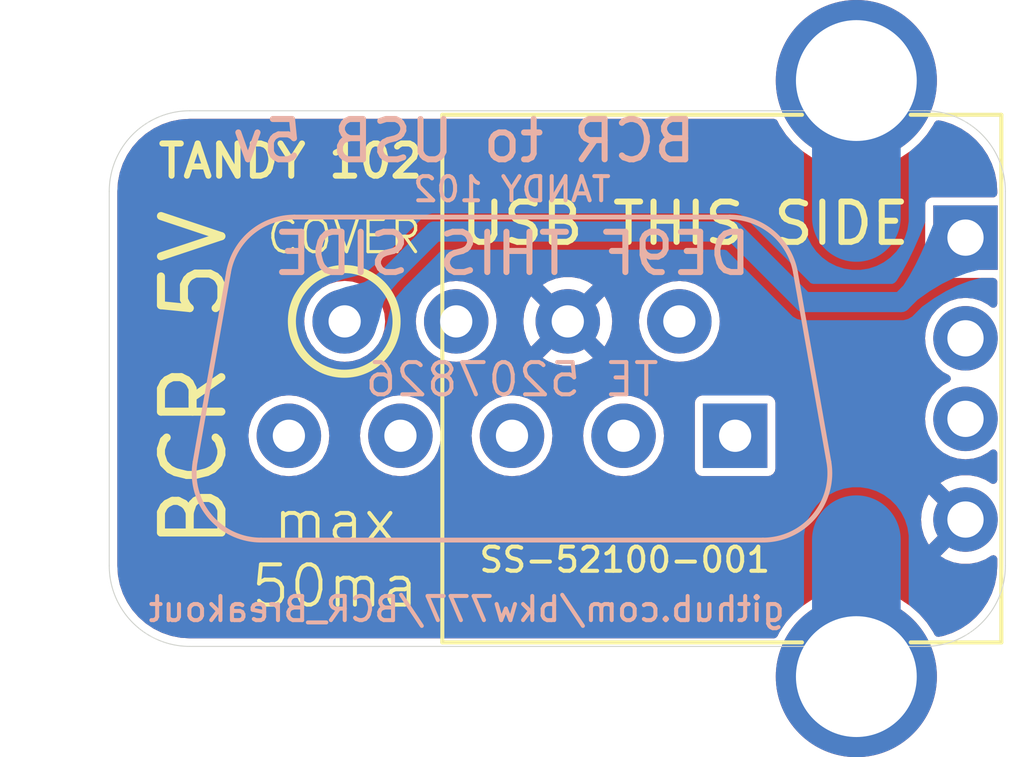
<source format=kicad_pcb>
(kicad_pcb (version 20240108) (generator "pcbnew") (generator_version "8.0")
  (title_block (title "BCR_USB_PWR_102") (date "2025-03-23") (rev "002") (company "Brian K. White") (comment 1 "github.com/bkw777/BCR_Breakout") (comment 2 "CC-BY-SA"))
  (layers (0 "F.Cu" signal) (31 "B.Cu" signal) (34 "B.Paste" user) (35 "F.Paste" user) (36 "B.SilkS" user "B.Silkscreen") (37 "F.SilkS" user "F.Silkscreen") (38 "B.Mask" user) (39 "F.Mask" user) (44 "Edge.Cuts" user))
  (net 0 "")
  (net 1 "/+5V")
  (net 2 "/GND")
  (net 3 "Net-(CN2-PadSH)")
  (footprint "0_LOCAL:USB_A_Female_UE27AC54100_cut" (layer "F.Cu") (at 135.55 95.758 -90)
    (property "Reference" "CN2" (hide yes))
    (property "Value" "UE27AC54100")
    (fp_line (start 6.55 10.28) (end -6.55 10.28) (stroke (width 0.1)) (layer "F.SilkS"))
    (fp_line (start -6.55 1.35) (end -6.55 10.28) (stroke (width 0.1)) (layer "F.SilkS"))
    (fp_line (start 6.55 1.35) (end 6.55 10.28) (stroke (width 0.1)) (layer "F.SilkS"))
    (fp_line (start -6.55 -3.6) (end -6.55 -1.35) (stroke (width 0.1)) (layer "F.SilkS"))
    (fp_line (start -6.55 -3.6) (end 6.55 -3.6) (stroke (width 0.1)) (layer "F.SilkS"))
    (fp_line (start 6.55 -3.6) (end 6.55 -1.35) (stroke (width 0.1)) (layer "F.SilkS"))
    (pad "1" thru_hole rect (at -3.5 -2.71 270) (size 1.6 1.6) (drill 0.9) (layers "*.Cu" "*.Mask") (net 1 "/+5V"))
    (pad "2" thru_hole circle (at -1 -2.71 270) (size 1.6 1.6) (drill 0.9) (layers "*.Cu" "*.Mask"))
    (pad "3" thru_hole circle (at 1 -2.71 270) (size 1.6 1.6) (drill 0.9) (layers "*.Cu" "*.Mask"))
    (pad "4" thru_hole circle (at 3.5 -2.71 270) (size 1.6 1.6) (drill 0.9) (layers "*.Cu" "*.Mask") (net 2 "/GND"))
    (pad "SH" thru_hole circle (at -7.4 0 270) (size 4 4) (drill 3) (layers "*.Cu" "*.Mask") (net 3 "Net-(CN2-PadSH)"))
    (pad "SH" smd oval (at -6.8 0 270) (size 4.8 2.2) (drill (offset 1.5 0)) (layers "B.Cu" "B.Paste" "B.Mask") (net 3 "Net-(CN2-PadSH)"))
    (pad "SH" smd oval (at 6.8 0 270) (size 4.8 2.2) (drill (offset -1.5 0)) (layers "B.Cu" "B.Paste" "B.Mask") (net 3 "Net-(CN2-PadSH)"))
    (pad "SH" thru_hole circle (at 7.4 0 270) (size 4 4) (drill 3) (layers "*.Cu" "*.Mask") (net 3 "Net-(CN2-PadSH)"))
  )
  (footprint "0_LOCAL:TE-5207826_cut" (layer "B.Cu") (at 127 95.758)
    (property "Reference" "CN1" (hide yes))
    (property "Value" "DB9_Female")
    (fp_line (start -7.037733 -2.638256) (end -7.86647 2.061744) (stroke (width 0.12)) (layer "B.SilkS"))
    (fp_line (start 5.402952 -4.01) (end -5.402952 -4.01) (stroke (width 0.12)) (layer "B.SilkS"))
    (fp_line (start 6.231689 4.01) (end -6.231689 4.01) (stroke (width 0.12)) (layer "B.SilkS"))
    (fp_line (start 7.037733 -2.638256) (end 7.86647 2.061744) (stroke (width 0.12)) (layer "B.SilkS"))
    (fp_arc (start -7.037733 -2.638256) (mid -6.469979 -3.621633) (end -5.402952 -4.01) (stroke (width 0.12)) (layer "B.SilkS"))
    (fp_arc (start -6.231689 4.01) (mid -7.503323 3.417028) (end -7.86647 2.061744) (stroke (width 0.12)) (layer "B.SilkS"))
    (fp_arc (start 5.402952 -4.01) (mid 6.469979 -3.621633) (end 7.037733 -2.638256) (stroke (width 0.12)) (layer "B.SilkS"))
    (fp_arc (start 7.86647 2.061744) (mid 7.503323 3.417024) (end 6.231689 4.01) (stroke (width 0.12)) (layer "B.SilkS"))
    (pad "1" thru_hole rect (at 5.54 1.42) (size 1.6 1.6) (drill 0.8) (layers "*.Cu" "*.Mask"))
    (pad "2" thru_hole circle (at 2.77 1.42) (size 1.6 1.6) (drill 0.8) (layers "*.Cu" "*.Mask"))
    (pad "3" thru_hole circle (at 0 1.420001) (size 1.6 1.6) (drill 0.8) (layers "*.Cu" "*.Mask"))
    (pad "4" thru_hole circle (at -2.77 1.42) (size 1.6 1.6) (drill 0.8) (layers "*.Cu" "*.Mask"))
    (pad "5" thru_hole circle (at -5.54 1.42) (size 1.6 1.6) (drill 0.8) (layers "*.Cu" "*.Mask"))
    (pad "6" thru_hole circle (at 4.155 -1.42) (size 1.6 1.6) (drill 0.8) (layers "*.Cu" "*.Mask"))
    (pad "7" thru_hole circle (at 1.385 -1.420001) (size 1.6 1.6) (drill 0.8) (layers "*.Cu" "*.Mask") (net 2 "/GND"))
    (pad "8" thru_hole circle (at -1.385 -1.420001) (size 1.6 1.6) (drill 0.8) (layers "*.Cu" "*.Mask"))
    (pad "9" thru_hole circle (at -4.155 -1.42) (size 1.6 1.6) (drill 0.8) (layers "*.Cu" "*.Mask") (net 1 "/+5V"))
  )
  (gr_circle (center 122.8344 94.338) (end 124.1344 94.338) (stroke (width 0.2)) (fill none) (layer "F.SilkS"))
  (gr_line (start 137.25 102.408) (end 119 102.408) (stroke (width 0.025)) (layer "Edge.Cuts"))
  (gr_line (start 139.25 100.408) (end 139.25 91.108) (stroke (width 0.025)) (layer "Edge.Cuts"))
  (gr_line (start 117 100.408) (end 117 91.108) (stroke (width 0.025)) (layer "Edge.Cuts"))
  (gr_arc (start 119 102.408) (mid 117.585786 101.822214) (end 117 100.408) (stroke (width 0.025)) (layer "Edge.Cuts"))
  (gr_arc (start 139.25 100.408) (mid 138.664214 101.822214) (end 137.25 102.408) (stroke (width 0.025)) (layer "Edge.Cuts"))
  (gr_arc (start 137.25 89.108) (mid 138.664214 89.693786) (end 139.25 91.108) (stroke (width 0.025)) (layer "Edge.Cuts"))
  (gr_arc (start 117 91.108) (mid 117.585786 89.693786) (end 119 89.108) (stroke (width 0.025)) (layer "Edge.Cuts"))
  (gr_line (start 137.25 89.108) (end 119 89.108) (stroke (width 0.025)) (layer "Edge.Cuts"))
  (gr_text "TANDY 102" (at 127 91.058 0) (layer "B.SilkS") (effects (font (size 0.6 0.6) (thickness 0.1)) (justify mirror)))
  (gr_text "${COMMENT1}" (at 125.875 101.483 0) (layer "B.SilkS") (effects (font (size 0.6 0.6) (thickness 0.1)) (justify mirror)))
  (gr_text "TE 5207826" (at 127 95.783 0) (layer "B.SilkS") (effects (font (size 0.8 0.8) (thickness 0.1)) (justify mirror)))
  (gr_text "BCR to USB 5v" (at 125.8 89.858 0) (layer "B.SilkS") (effects (font (size 1 1)) (justify mirror)))
  (gr_text "DE9F THIS SIDE" (at 127.00508 92.658 0) (layer "B.SilkS") (effects (font (size 1 1)) (justify mirror)))
  (gr_text "SS-52100-001" (at 129.8 100.258 0) (layer "F.SilkS") (effects (font (size 0.6 0.6) (thickness 0.1))))
  (gr_text "TANDY 102" (at 121.5 90.358 0) (layer "F.SilkS") (effects (font (size 0.8 0.8) (thickness 0.15) (bold yes))))
  (gr_text "COVER" (at 122.8344 92.708 0) (layer "F.SilkS") (effects (font (size 0.8 0.8) (thickness 0.08)) (justify bottom)))
  (gr_text "max\n50ma" (at 122.6 100.108 0) (layer "F.SilkS") (effects (font (size 1 1) (thickness 0.1))))
  (gr_text "BCR 5V" (at 119.1 95.758 90) (layer "F.SilkS") (effects (font (size 1.5 1.5) (thickness 0.2))))
  (gr_text "USB THIS SIDE" (at 131.3 91.908 0) (layer "F.SilkS") (effects (font (size 1 1))))
  (segment (start 122.845 94.338) (end 125.075 92.108) (width 0.5) (layer "B.Cu") (net 1))
  (segment (start 125.075 92.108) (end 132.5 92.108) (width 0.5) (layer "B.Cu") (net 1))
  (segment (start 136.66 93.858) (end 138.26 92.258) (width 0.5) (layer "B.Cu") (net 1))
  (segment (start 134.25 93.858) (end 136.66 93.858) (width 0.5) (layer "B.Cu") (net 1))
  (segment (start 132.5 92.108) (end 134.25 93.858) (width 0.5) (layer "B.Cu") (net 1))
  (zone (net 2) (net_name "/GND") (layers "F&B.Cu") (connect_pads (clearance 0.2)) (min_thickness 0.2) (fill yes (thermal_gap 0.3) (thermal_bridge_width 0.4) (smoothing fillet) (radius 0.1))
    (polygon (pts (xy 117 89.108) (xy 117 102.408) (xy 139.25 102.408) (xy 139.25 89.108)))
  )
)
</source>
